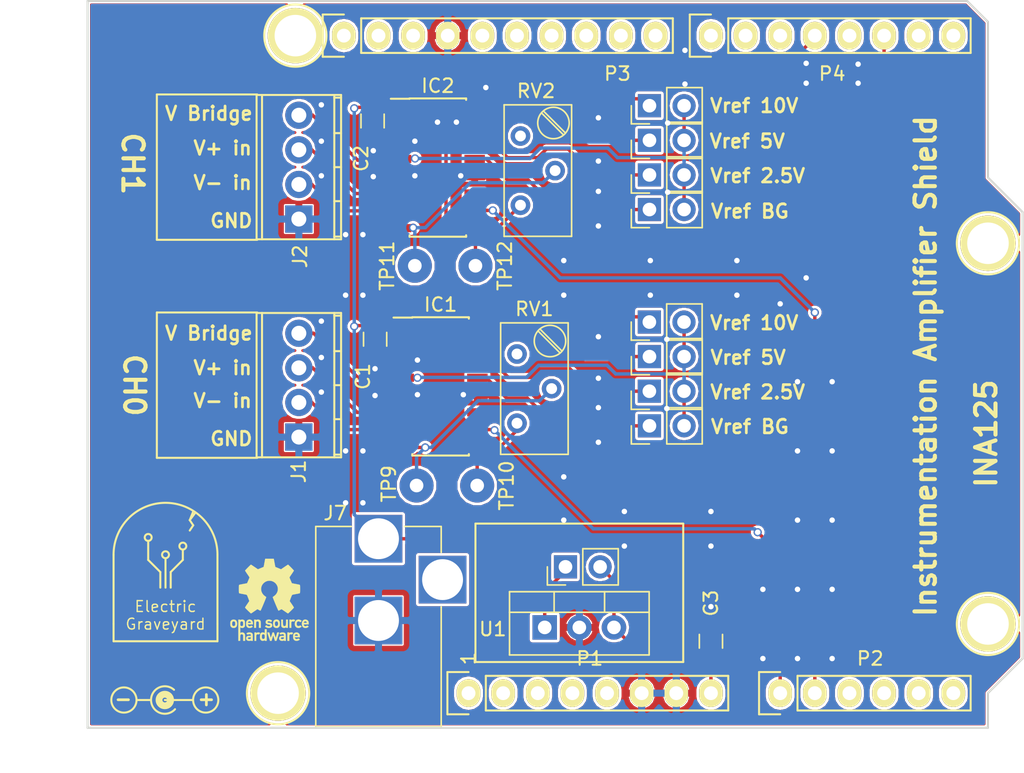
<source format=kicad_pcb>
(kicad_pcb (version 20171130) (host pcbnew "(5.0.2)-1")
  (title_block (date "lun. 30 mars 2015"))
  (layers (0 F.Cu signal) (31 B.Cu signal) (34 B.Paste user) (35 F.Paste user) (36 B.SilkS user) (37 F.SilkS user) (38 B.Mask user) (39 F.Mask user) (44 Edge.Cuts user))
  (net 0 "")
  (net 1 /IOREF)
  (net 2 /Reset)
  (net 3 +5V)
  (net 4 GND)
  (net 5 /A2)
  (net 6 /A3)
  (net 7 /AREF)
  (net 8 "/A4(SDA)")
  (net 9 "/A5(SCL)")
  (net 10 "/9(**)")
  (net 11 /8)
  (net 12 /7)
  (net 13 "/6(**)")
  (net 14 "/5(**)")
  (net 15 "/3(**)")
  (net 16 "/1(Tx)")
  (net 17 "/0(Rx)")
  (net 18 "Net-(P5-Pad1)")
  (net 19 "Net-(P6-Pad1)")
  (net 20 "Net-(P7-Pad1)")
  (net 21 "Net-(P8-Pad1)")
  (net 22 "/13(SCK)")
  (net 23 "/10(**/SS)")
  (net 24 "Net-(P1-Pad1)")
  (net 25 +3V3)
  (net 26 "/12(MISO)")
  (net 27 "/11(**/MOSI)")
  (net 28 Vin)
  (net 29 "Net-(IC1-Pad6)")
  (net 30 "Net-(IC1-Pad7)")
  (net 31 "Net-(IC1-Pad8)")
  (net 32 "Net-(IC1-Pad9)")
  (net 33 Channel0)
  (net 34 "Net-(IC1-Pad13)")
  (net 35 "Net-(IC1-Pad14)")
  (net 36 "Net-(IC1-Pad15)")
  (net 37 "Net-(IC1-Pad16)")
  (net 38 "Net-(IC2-Pad16)")
  (net 39 "Net-(IC2-Pad15)")
  (net 40 "Net-(IC2-Pad14)")
  (net 41 "Net-(IC2-Pad13)")
  (net 42 Channel1)
  (net 43 "Net-(IC2-Pad9)")
  (net 44 "Net-(IC2-Pad8)")
  (net 45 "Net-(IC2-Pad7)")
  (net 46 "Net-(IC2-Pad6)")
  (net 47 "Net-(RV1-Pad1)")
  (net 48 "Net-(RV2-Pad1)")
  (net 49 V_Bridge0)
  (net 50 V_Bridge1)
  (net 51 Analog_Vin)
  (net 52 Sleep0)
  (net 53 Sleep1)
  (net 54 "Net-(J7-Pad3)")
  (module Housings_SOIC:SOIC-16_3.9x9.9mm_Pitch1.27mm (layer F.Cu) (at 136.687504 85.248508)
    (fp_text reference IC2 (at 0 -6) (layer F.SilkS))
    (fp_text value INA125)
    (pad 16 smd rect (at 2.7 -4.445) (size 1.5 0.6) (layers F.Cu F.Paste F.Mask) (net 38 "Net-(IC2-Pad16)"))
    (pad 15 smd rect (at 2.7 -3.175) (size 1.5 0.6) (layers F.Cu F.Paste F.Mask) (net 39 "Net-(IC2-Pad15)"))
    (pad 14 smd rect (at 2.7 -1.905) (size 1.5 0.6) (layers F.Cu F.Paste F.Mask) (net 40 "Net-(IC2-Pad14)"))
    (pad 13 smd rect (at 2.7 -0.635) (size 1.5 0.6) (layers F.Cu F.Paste F.Mask) (net 41 "Net-(IC2-Pad13)"))
    (pad 12 smd rect (at 2.7 0.635) (size 1.5 0.6) (layers F.Cu F.Paste F.Mask) (net 4 GND))
    (pad 11 smd rect (at 2.7 1.905) (size 1.5 0.6) (layers F.Cu F.Paste F.Mask) (net 42 Channel1))
    (pad 10 smd rect (at 2.7 3.175) (size 1.5 0.6) (layers F.Cu F.Paste F.Mask) (net 42 Channel1))
    (pad 9 smd rect (at 2.7 4.445) (size 1.5 0.6) (layers F.Cu F.Paste F.Mask) (net 43 "Net-(IC2-Pad9)"))
    (pad 8 smd rect (at -2.7 4.445) (size 1.5 0.6) (layers F.Cu F.Paste F.Mask) (net 44 "Net-(IC2-Pad8)"))
    (pad 7 smd rect (at -2.7 3.175) (size 1.5 0.6) (layers F.Cu F.Paste F.Mask) (net 45 "Net-(IC2-Pad7)"))
    (pad 6 smd rect (at -2.7 1.905) (size 1.5 0.6) (layers F.Cu F.Paste F.Mask) (net 46 "Net-(IC2-Pad6)"))
    (pad 5 smd rect (at -2.7 0.635) (size 1.5 0.6) (layers F.Cu F.Paste F.Mask) (net 4 GND))
    (pad 4 smd rect (at -2.7 -0.635) (size 1.5 0.6) (layers F.Cu F.Paste F.Mask) (net 50 V_Bridge1))
    (pad 3 smd rect (at -2.7 -1.905) (size 1.5 0.6) (layers F.Cu F.Paste F.Mask) (net 4 GND))
    (pad 2 smd rect (at -2.7 -3.175) (size 1.5 0.6) (layers F.Cu F.Paste F.Mask) (net 53 Sleep1))
    (pad 1 smd rect (at -2.7 -4.445) (size 1.5 0.6) (layers F.Cu F.Paste F.Mask) (net 51 Analog_Vin))
  )
  (module Wire_Pads:SolderWirePad_single_1mmDrill (layer F.Cu) (at 135.001 92.456)
    (fp_text reference TP11 (at -2.032 0 90) (layer F.SilkS))
    (fp_text value TestPoint)
    (pad 1 thru_hole circle (at 0 0) (size 2.49936 2.49936) (drill 1.00076) (layers *.Cu *.Mask) (net 44 "Net-(IC2-Pad8)"))
  )
  (module Wire_Pads:SolderWirePad_single_1mmDrill (layer F.Cu) (at 139.446 92.456)
    (fp_text reference TP12 (at 2.159 0 90) (layer F.SilkS))
    (fp_text value TestPoint)
    (pad 1 thru_hole circle (at 0 0) (size 2.49936 2.49936) (drill 1.00076) (layers *.Cu *.Mask) (net 43 "Net-(IC2-Pad9)"))
  )
  (module Wire_Pads:SolderWirePad_single_1mmDrill (layer F.Cu) (at 139.573 108.585)
    (fp_text reference TP10 (at 2.159 0 90) (layer F.SilkS))
    (fp_text value TestPoint)
    (pad 1 thru_hole circle (at 0 0) (size 2.49936 2.49936) (drill 1.00076) (layers *.Cu *.Mask) (net 32 "Net-(IC1-Pad9)"))
  )
  (module Wire_Pads:SolderWirePad_single_1mmDrill (layer F.Cu) (at 135.128 108.585)
    (fp_text reference TP9 (at -2.032 -0.127 90) (layer F.SilkS))
    (fp_text value TestPoint)
    (pad 1 thru_hole circle (at 0 0) (size 2.49936 2.49936) (drill 1.00076) (layers *.Cu *.Mask) (net 31 "Net-(IC1-Pad8)"))
  )
  (module Connectors:BARREL_JACK (layer F.Cu) (at 132.334 112.491 90)
    (fp_text reference J7 (at 1.874 -3.175) (layer F.SilkS))
    (fp_text value Barrel_Jack_Switch)
    (pad 1 thru_hole rect (at 0 0 90) (size 3.5 3.5) (drill 3) (layers *.Cu *.Mask) (net 51 Analog_Vin))
    (pad 2 thru_hole rect (at -6 0 90) (size 3.5 3.5) (drill 3) (layers *.Cu *.Mask) (net 4 GND))
    (pad 3 thru_hole rect (at -3 4.7 90) (size 3.5 3.5) (drill 3) (layers *.Cu *.Mask) (net 54 "Net-(J7-Pad3)"))
  )
  (module TerminalBlocks_Phoenix:TerminalBlock_Phoenix_MPT-2.54mm_4pol (layer F.Cu) (at 126.492 89.027 90)
    (fp_text reference J2 (at -2.744 0.088 90) (layer F.SilkS))
    (fp_text value Screw_Terminal_01x04)
    (pad 3 thru_hole oval (at 5.08 0 270) (size 1.99898 1.99898) (drill 1.09728) (layers *.Cu *.Mask) (net 46 "Net-(IC2-Pad6)"))
    (pad 2 thru_hole oval (at 2.54 0 270) (size 1.99898 1.99898) (drill 1.09728) (layers *.Cu *.Mask) (net 45 "Net-(IC2-Pad7)"))
    (pad 1 thru_hole rect (at 0 0 270) (size 1.99898 1.99898) (drill 1.09728) (layers *.Cu *.Mask) (net 4 GND))
    (pad 4 thru_hole oval (at 7.62 0 270) (size 1.99898 1.99898) (drill 1.09728) (layers *.Cu *.Mask) (net 50 V_Bridge1))
  )
  (module Socket_Arduino_Uno:Socket_Strip_Arduino_1x08 (layer F.Cu) (at 138.938 123.825)
    (fp_text reference P1 (at 8.89 -2.54) (layer F.SilkS))
    (fp_text value Power)
    (pad 1 thru_hole oval (at 0 0) (size 1.7272 2.032) (drill 1.016) (layers *.Cu *.Mask F.SilkS) (net 24 "Net-(P1-Pad1)"))
    (pad 2 thru_hole oval (at 2.54 0) (size 1.7272 2.032) (drill 1.016) (layers *.Cu *.Mask F.SilkS) (net 1 /IOREF))
    (pad 3 thru_hole oval (at 5.08 0) (size 1.7272 2.032) (drill 1.016) (layers *.Cu *.Mask F.SilkS) (net 2 /Reset))
    (pad 4 thru_hole oval (at 7.62 0) (size 1.7272 2.032) (drill 1.016) (layers *.Cu *.Mask F.SilkS) (net 25 +3V3))
    (pad 5 thru_hole oval (at 10.16 0) (size 1.7272 2.032) (drill 1.016) (layers *.Cu *.Mask F.SilkS) (net 3 +5V))
    (pad 6 thru_hole oval (at 12.7 0) (size 1.7272 2.032) (drill 1.016) (layers *.Cu *.Mask F.SilkS) (net 4 GND))
    (pad 7 thru_hole oval (at 15.24 0) (size 1.7272 2.032) (drill 1.016) (layers *.Cu *.Mask F.SilkS) (net 4 GND))
    (pad 8 thru_hole oval (at 17.78 0) (size 1.7272 2.032) (drill 1.016) (layers *.Cu *.Mask F.SilkS) (net 28 Vin))
  )
  (module Socket_Arduino_Uno:Socket_Strip_Arduino_1x06 (layer F.Cu) (at 161.798 123.825)
    (fp_text reference P2 (at 6.604 -2.54) (layer F.SilkS))
    (fp_text value Analog)
    (pad 1 thru_hole oval (at 0 0) (size 1.7272 2.032) (drill 1.016) (layers *.Cu *.Mask F.SilkS) (net 33 Channel0))
    (pad 2 thru_hole oval (at 2.54 0) (size 1.7272 2.032) (drill 1.016) (layers *.Cu *.Mask F.SilkS) (net 42 Channel1))
    (pad 3 thru_hole oval (at 5.08 0) (size 1.7272 2.032) (drill 1.016) (layers *.Cu *.Mask F.SilkS) (net 5 /A2))
    (pad 4 thru_hole oval (at 7.62 0) (size 1.7272 2.032) (drill 1.016) (layers *.Cu *.Mask F.SilkS) (net 6 /A3))
    (pad 5 thru_hole oval (at 10.16 0) (size 1.7272 2.032) (drill 1.016) (layers *.Cu *.Mask F.SilkS) (net 8 "/A4(SDA)"))
    (pad 6 thru_hole oval (at 12.7 0) (size 1.7272 2.032) (drill 1.016) (layers *.Cu *.Mask F.SilkS) (net 9 "/A5(SCL)"))
  )
  (module Socket_Arduino_Uno:Socket_Strip_Arduino_1x10 (layer F.Cu) (at 129.794 75.565)
    (fp_text reference P3 (at 20.066 2.794) (layer F.SilkS))
    (fp_text value Digital)
    (pad 1 thru_hole oval (at 0 0) (size 1.7272 2.032) (drill 1.016) (layers *.Cu *.Mask F.SilkS) (net 9 "/A5(SCL)"))
    (pad 2 thru_hole oval (at 2.54 0) (size 1.7272 2.032) (drill 1.016) (layers *.Cu *.Mask F.SilkS) (net 8 "/A4(SDA)"))
    (pad 3 thru_hole oval (at 5.08 0) (size 1.7272 2.032) (drill 1.016) (layers *.Cu *.Mask F.SilkS) (net 7 /AREF))
    (pad 4 thru_hole oval (at 7.62 0) (size 1.7272 2.032) (drill 1.016) (layers *.Cu *.Mask F.SilkS) (net 4 GND))
    (pad 5 thru_hole oval (at 10.16 0) (size 1.7272 2.032) (drill 1.016) (layers *.Cu *.Mask F.SilkS) (net 22 "/13(SCK)"))
    (pad 6 thru_hole oval (at 12.7 0) (size 1.7272 2.032) (drill 1.016) (layers *.Cu *.Mask F.SilkS) (net 26 "/12(MISO)"))
    (pad 7 thru_hole oval (at 15.24 0) (size 1.7272 2.032) (drill 1.016) (layers *.Cu *.Mask F.SilkS) (net 27 "/11(**/MOSI)"))
    (pad 8 thru_hole oval (at 17.78 0) (size 1.7272 2.032) (drill 1.016) (layers *.Cu *.Mask F.SilkS) (net 23 "/10(**/SS)"))
    (pad 9 thru_hole oval (at 20.32 0) (size 1.7272 2.032) (drill 1.016) (layers *.Cu *.Mask F.SilkS) (net 10 "/9(**)"))
    (pad 10 thru_hole oval (at 22.86 0) (size 1.7272 2.032) (drill 1.016) (layers *.Cu *.Mask F.SilkS) (net 11 /8))
  )
  (module Socket_Arduino_Uno:Socket_Strip_Arduino_1x08 (layer F.Cu) (at 156.718 75.565)
    (fp_text reference P4 (at 8.89 2.794) (layer F.SilkS))
    (fp_text value Digital)
    (pad 1 thru_hole oval (at 0 0) (size 1.7272 2.032) (drill 1.016) (layers *.Cu *.Mask F.SilkS) (net 12 /7))
    (pad 2 thru_hole oval (at 2.54 0) (size 1.7272 2.032) (drill 1.016) (layers *.Cu *.Mask F.SilkS) (net 13 "/6(**)"))
    (pad 3 thru_hole oval (at 5.08 0) (size 1.7272 2.032) (drill 1.016) (layers *.Cu *.Mask F.SilkS) (net 14 "/5(**)"))
    (pad 4 thru_hole oval (at 7.62 0) (size 1.7272 2.032) (drill 1.016) (layers *.Cu *.Mask F.SilkS) (net 53 Sleep1))
    (pad 5 thru_hole oval (at 10.16 0) (size 1.7272 2.032) (drill 1.016) (layers *.Cu *.Mask F.SilkS) (net 15 "/3(**)"))
    (pad 6 thru_hole oval (at 12.7 0) (size 1.7272 2.032) (drill 1.016) (layers *.Cu *.Mask F.SilkS) (net 52 Sleep0))
    (pad 7 thru_hole oval (at 15.24 0) (size 1.7272 2.032) (drill 1.016) (layers *.Cu *.Mask F.SilkS) (net 16 "/1(Tx)"))
    (pad 8 thru_hole oval (at 17.78 0) (size 1.7272 2.032) (drill 1.016) (layers *.Cu *.Mask F.SilkS) (net 17 "/0(Rx)"))
  )
  (module Socket_Arduino_Uno:Arduino_1pin (layer F.Cu) (at 124.968 123.825)
    (fp_text reference P5 hide)
    (fp_text value CONN_01X01 hide)
    (pad 1 thru_hole circle (at 0 0) (size 4.064 4.064) (drill 3.048) (layers *.Cu *.Mask F.SilkS) (net 18 "Net-(P5-Pad1)"))
  )
  (module Socket_Arduino_Uno:Arduino_1pin (layer F.Cu) (at 177.038 118.745)
    (fp_text reference P6 hide)
    (fp_text value CONN_01X01 hide)
    (pad 1 thru_hole circle (at 0 0) (size 4.064 4.064) (drill 3.048) (layers *.Cu *.Mask F.SilkS) (net 19 "Net-(P6-Pad1)"))
  )
  (module Socket_Arduino_Uno:Arduino_1pin (layer F.Cu) (at 126.238 75.565)
    (fp_text reference P7 hide)
    (fp_text value CONN_01X01 hide)
    (pad 1 thru_hole circle (at 0 0) (size 4.064 4.064) (drill 3.048) (layers *.Cu *.Mask F.SilkS) (net 20 "Net-(P7-Pad1)"))
  )
  (module Socket_Arduino_Uno:Arduino_1pin (layer F.Cu) (at 177.038 90.805)
    (fp_text reference P8 hide)
    (fp_text value CONN_01X01 hide)
    (pad 1 thru_hole circle (at 0 0) (size 4.064 4.064) (drill 3.048) (layers *.Cu *.Mask F.SilkS) (net 21 "Net-(P8-Pad1)"))
  )
  (module Capacitors_SMD:C_0805 (layer F.Cu) (at 132.08764 97.84926 270)
    (fp_text reference C1 (at 2.73474 0.89664 270) (layer F.SilkS))
    (fp_text value C)
    (pad 1 smd rect (at -1 0 270) (size 1 1.25) (layers F.Cu F.Paste F.Mask) (net 51 Analog_Vin))
    (pad 2 smd rect (at 1 0 270) (size 1 1.25) (layers F.Cu F.Paste F.Mask) (net 4 GND))
  )
  (module Capacitors_SMD:C_0805 (layer F.Cu) (at 131.900685 81.829096 270)
    (fp_text reference C2 (at 2.752904 0.836685 270) (layer F.SilkS))
    (fp_text value C)
    (pad 2 smd rect (at 1 0 270) (size 1 1.25) (layers F.Cu F.Paste F.Mask) (net 4 GND))
    (pad 1 smd rect (at -1 0 270) (size 1 1.25) (layers F.Cu F.Paste F.Mask) (net 51 Analog_Vin))
  )
  (module Housings_SOIC:SOIC-16_3.9x9.9mm_Pitch1.27mm (layer F.Cu) (at 136.88764 101.308344)
    (fp_text reference IC1 (at 0 -6) (layer F.SilkS))
    (fp_text value INA125)
    (pad 1 smd rect (at -2.7 -4.445) (size 1.5 0.6) (layers F.Cu F.Paste F.Mask) (net 51 Analog_Vin))
    (pad 2 smd rect (at -2.7 -3.175) (size 1.5 0.6) (layers F.Cu F.Paste F.Mask) (net 52 Sleep0))
    (pad 3 smd rect (at -2.7 -1.905) (size 1.5 0.6) (layers F.Cu F.Paste F.Mask) (net 4 GND))
    (pad 4 smd rect (at -2.7 -0.635) (size 1.5 0.6) (layers F.Cu F.Paste F.Mask) (net 49 V_Bridge0))
    (pad 5 smd rect (at -2.7 0.635) (size 1.5 0.6) (layers F.Cu F.Paste F.Mask) (net 4 GND))
    (pad 6 smd rect (at -2.7 1.905) (size 1.5 0.6) (layers F.Cu F.Paste F.Mask) (net 29 "Net-(IC1-Pad6)"))
    (pad 7 smd rect (at -2.7 3.175) (size 1.5 0.6) (layers F.Cu F.Paste F.Mask) (net 30 "Net-(IC1-Pad7)"))
    (pad 8 smd rect (at -2.7 4.445) (size 1.5 0.6) (layers F.Cu F.Paste F.Mask) (net 31 "Net-(IC1-Pad8)"))
    (pad 9 smd rect (at 2.7 4.445) (size 1.5 0.6) (layers F.Cu F.Paste F.Mask) (net 32 "Net-(IC1-Pad9)"))
    (pad 10 smd rect (at 2.7 3.175) (size 1.5 0.6) (layers F.Cu F.Paste F.Mask) (net 33 Channel0))
    (pad 11 smd rect (at 2.7 1.905) (size 1.5 0.6) (layers F.Cu F.Paste F.Mask) (net 33 Channel0))
    (pad 12 smd rect (at 2.7 0.635) (size 1.5 0.6) (layers F.Cu F.Paste F.Mask) (net 4 GND))
    (pad 13 smd rect (at 2.7 -0.635) (size 1.5 0.6) (layers F.Cu F.Paste F.Mask) (net 34 "Net-(IC1-Pad13)"))
    (pad 14 smd rect (at 2.7 -1.905) (size 1.5 0.6) (layers F.Cu F.Paste F.Mask) (net 35 "Net-(IC1-Pad14)"))
    (pad 15 smd rect (at 2.7 -3.175) (size 1.5 0.6) (layers F.Cu F.Paste F.Mask) (net 36 "Net-(IC1-Pad15)"))
    (pad 16 smd rect (at 2.7 -4.445) (size 1.5 0.6) (layers F.Cu F.Paste F.Mask) (net 37 "Net-(IC1-Pad16)"))
  )
  (module TerminalBlocks_Phoenix:TerminalBlock_Phoenix_MPT-2.54mm_4pol (layer F.Cu) (at 126.492 105.029 90)
    (fp_text reference J1 (at -2.524 -0.012 90) (layer F.SilkS))
    (fp_text value Screw_Terminal_01x04)
    (pad 4 thru_hole oval (at 7.62 0 270) (size 1.99898 1.99898) (drill 1.09728) (layers *.Cu *.Mask) (net 49 V_Bridge0))
    (pad 1 thru_hole rect (at 0 0 270) (size 1.99898 1.99898) (drill 1.09728) (layers *.Cu *.Mask) (net 4 GND))
    (pad 2 thru_hole oval (at 2.54 0 270) (size 1.99898 1.99898) (drill 1.09728) (layers *.Cu *.Mask) (net 30 "Net-(IC1-Pad7)"))
    (pad 3 thru_hole oval (at 5.08 0 270) (size 1.99898 1.99898) (drill 1.09728) (layers *.Cu *.Mask) (net 29 "Net-(IC1-Pad6)"))
  )
  (module Potentiometers:Potentiometer_Trimmer_Bourns_3296Y (layer F.Cu) (at 142.494 98.933 90)
    (fp_text reference RV1 (at 3.302 1.27 180) (layer F.SilkS))
    (fp_text value R_POT)
    (pad 3 thru_hole circle (at -5.08 0 90) (size 1.44 1.44) (drill 0.8) (layers *.Cu *.Mask) (net 32 "Net-(IC1-Pad9)"))
    (pad 2 thru_hole circle (at -2.54 2.54 90) (size 1.44 1.44) (drill 0.8) (layers *.Cu *.Mask) (net 31 "Net-(IC1-Pad8)"))
    (pad 1 thru_hole circle (at 0 0 90) (size 1.44 1.44) (drill 0.8) (layers *.Cu *.Mask) (net 47 "Net-(RV1-Pad1)"))
  )
  (module Potentiometers:Potentiometer_Trimmer_Bourns_3296Y (layer F.Cu) (at 142.748 82.931 90)
    (fp_text reference RV2 (at 3.302 1.143 180) (layer F.SilkS))
    (fp_text value R_POT)
    (pad 1 thru_hole circle (at 0 0 90) (size 1.44 1.44) (drill 0.8) (layers *.Cu *.Mask) (net 48 "Net-(RV2-Pad1)"))
    (pad 2 thru_hole circle (at -2.54 2.54 90) (size 1.44 1.44) (drill 0.8) (layers *.Cu *.Mask) (net 44 "Net-(IC2-Pad8)"))
    (pad 3 thru_hole circle (at -5.08 0 90) (size 1.44 1.44) (drill 0.8) (layers *.Cu *.Mask) (net 43 "Net-(IC2-Pad9)"))
  )
  (module Pin_Headers:Pin_Header_Straight_1x02_Pitch2.54mm (layer F.Cu) (at 152.2095 88.3285 90)
    (fp_text reference TP1 hide)
    (fp_text value TestPoint_2Pole)
    (pad 2 thru_hole oval (at 0 2.54 90) (size 1.7 1.7) (drill 1) (layers *.Cu *.Mask) (net 50 V_Bridge1))
    (pad 1 thru_hole rect (at 0 0 90) (size 1.7 1.7) (drill 1) (layers *.Cu *.Mask) (net 41 "Net-(IC2-Pad13)"))
  )
  (module Pin_Headers:Pin_Header_Straight_1x02_Pitch2.54mm (layer F.Cu) (at 152.2095 85.7885 90)
    (fp_text reference TP2 hide)
    (fp_text value TestPoint_2Pole)
    (pad 1 thru_hole rect (at 0 0 90) (size 1.7 1.7) (drill 1) (layers *.Cu *.Mask) (net 40 "Net-(IC2-Pad14)"))
    (pad 2 thru_hole oval (at 0 2.54 90) (size 1.7 1.7) (drill 1) (layers *.Cu *.Mask) (net 50 V_Bridge1))
  )
  (module Pin_Headers:Pin_Header_Straight_1x02_Pitch2.54mm (layer F.Cu) (at 152.2095 83.2485 90)
    (fp_text reference TP3 hide)
    (fp_text value TestPoint_2Pole)
    (pad 2 thru_hole oval (at 0 2.54 90) (size 1.7 1.7) (drill 1) (layers *.Cu *.Mask) (net 50 V_Bridge1))
    (pad 1 thru_hole rect (at 0 0 90) (size 1.7 1.7) (drill 1) (layers *.Cu *.Mask) (net 39 "Net-(IC2-Pad15)"))
  )
  (module Pin_Headers:Pin_Header_Straight_1x02_Pitch2.54mm (layer F.Cu) (at 152.2095 80.7085 90)
    (fp_text reference TP4 hide)
    (fp_text value TestPoint_2Pole hide)
    (pad 1 thru_hole rect (at 0 0 90) (size 1.7 1.7) (drill 1) (layers *.Cu *.Mask) (net 38 "Net-(IC2-Pad16)"))
    (pad 2 thru_hole oval (at 0 2.54 90) (size 1.7 1.7) (drill 1) (layers *.Cu *.Mask) (net 50 V_Bridge1))
  )
  (module Pin_Headers:Pin_Header_Straight_1x02_Pitch2.54mm (layer F.Cu) (at 152.2095 104.2035 90)
    (fp_text reference TP5 hide)
    (fp_text value TestPoint_2Pole)
    (pad 2 thru_hole oval (at 0 2.54 90) (size 1.7 1.7) (drill 1) (layers *.Cu *.Mask) (net 49 V_Bridge0))
    (pad 1 thru_hole rect (at 0 0 90) (size 1.7 1.7) (drill 1) (layers *.Cu *.Mask) (net 34 "Net-(IC1-Pad13)"))
  )
  (module Pin_Headers:Pin_Header_Straight_1x02_Pitch2.54mm (layer F.Cu) (at 152.202641 101.6635 90)
    (fp_text reference TP6 hide)
    (fp_text value TestPoint_2Pole)
    (pad 1 thru_hole rect (at 0 0 90) (size 1.7 1.7) (drill 1) (layers *.Cu *.Mask) (net 35 "Net-(IC1-Pad14)"))
    (pad 2 thru_hole oval (at 0 2.54 90) (size 1.7 1.7) (drill 1) (layers *.Cu *.Mask) (net 49 V_Bridge0))
  )
  (module Pin_Headers:Pin_Header_Straight_1x02_Pitch2.54mm (layer F.Cu) (at 152.2095 99.1235 90)
    (fp_text reference TP7 hide)
    (fp_text value TestPoint_2Pole)
    (pad 2 thru_hole oval (at 0 2.54 90) (size 1.7 1.7) (drill 1) (layers *.Cu *.Mask) (net 49 V_Bridge0))
    (pad 1 thru_hole rect (at 0 0 90) (size 1.7 1.7) (drill 1) (layers *.Cu *.Mask) (net 36 "Net-(IC1-Pad15)"))
  )
  (module Pin_Headers:Pin_Header_Straight_1x02_Pitch2.54mm (layer F.Cu) (at 152.202641 96.586568 90)
    (fp_text reference TP8 hide)
    (fp_text value TestPoint_2Pole)
    (pad 1 thru_hole rect (at 0 0 90) (size 1.7 1.7) (drill 1) (layers *.Cu *.Mask) (net 37 "Net-(IC1-Pad16)"))
    (pad 2 thru_hole oval (at 0 2.54 90) (size 1.7 1.7) (drill 1) (layers *.Cu *.Mask) (net 49 V_Bridge0))
  )
  (module Capacitors_SMD:C_0805 (layer F.Cu) (at 156.718 120.015 90)
    (fp_text reference C3 (at 2.794 0 90) (layer F.SilkS))
    (fp_text value C)
    (pad 2 smd rect (at 1 0 90) (size 1 1.25) (layers F.Cu F.Paste F.Mask) (net 4 GND))
    (pad 1 smd rect (at -1 0 90) (size 1 1.25) (layers F.Cu F.Paste F.Mask) (net 28 Vin))
  )
  (module TO_SOT_Packages_THT:TO-220-3_Vertical (layer F.Cu) (at 144.526 118.999)
    (fp_text reference U1 (at -3.81 0.127) (layer F.SilkS))
    (fp_text value R-78E5.0-0.5)
    (pad 3 thru_hole oval (at 5.08 0) (size 1.8 1.8) (drill 1) (layers *.Cu *.Mask) (net 28 Vin))
    (pad 2 thru_hole oval (at 2.54 0) (size 1.8 1.8) (drill 1) (layers *.Cu *.Mask) (net 4 GND))
    (pad 1 thru_hole rect (at 0 0) (size 1.8 1.8) (drill 1) (layers *.Cu *.Mask) (net 51 Analog_Vin))
  )
  (module Symbols:Symbol_Barrel_Polarity (layer F.Cu) (at 116.661638 124.252272)
    (fp_text reference REF** hide)
    (fp_text value Symbol_Barrel_Polarity)
  )
  (module Pin_Headers:Pin_Header_Straight_1x02_Pitch2.54mm (layer F.Cu) (at 146.05 114.554 90)
    (fp_text reference REF** hide)
    (fp_text value Pin_Header_Straight_1x02_Pitch2.54mm)
    (pad 1 thru_hole rect (at 0 0 90) (size 1.7 1.7) (drill 1) (layers *.Cu *.Mask) (net 51 Analog_Vin))
    (pad 2 thru_hole oval (at 0 2.54 90) (size 1.7 1.7) (drill 1) (layers *.Cu *.Mask) (net 28 Vin))
  )
  (module Symbols:OSHW-Logo_5.7x6mm_SilkScreen (layer F.Cu) (at 124.333 116.967)
    (fp_text reference REF*** hide)
    (fp_text value OSHW-Logo_5.7x6mm_SilkScreen hide)
  )
  (gr_line (start 118.872 110.617) (end 118.491 111.125) (layer F.SilkS) (width 0.15))
  (gr_line (start 118.745 111.506) (end 118.491 111.887) (layer F.SilkS) (width 0.15))
  (gr_line (start 118.491 111.125) (end 118.745 111.506) (layer F.SilkS) (width 0.15))
  (gr_line (start 118.745 110.49) (end 118.491 111.125) (layer F.SilkS) (width 0.15))
  (gr_line (start 115.443 114.046) (end 116.332 114.935) (layer F.SilkS) (width 0.15))
  (gr_text INA125 (at 176.911 104.775 90) (layer F.SilkS) (effects (font (size 1.5 1.5) (thickness 0.3))))
  (gr_text "Electric\nGraveyard" (at 116.713 118.11) (layer F.SilkS) (effects (font (size 0.8 0.8) (thickness 0.1))))
  (gr_line (start 117.094 114.935) (end 117.094 116.078) (layer F.SilkS) (width 0.15))
  (gr_line (start 117.983 114.046) (end 117.094 114.935) (layer F.SilkS) (width 0.15))
  (gr_line (start 117.983 113.284) (end 117.983 114.046) (layer F.SilkS) (width 0.15))
  (gr_line (start 116.713 113.919) (end 116.713 116.078) (layer F.SilkS) (width 0.15))
  (gr_line (start 116.332 114.935) (end 116.332 116.078) (layer F.SilkS) (width 0.15))
  (gr_line (start 115.443 112.649) (end 115.443 114.046) (layer F.SilkS) (width 0.15))
  (gr_circle (center 117.983 113.03) (end 117.983 112.776) (layer F.SilkS) (width 0.15))
  (gr_circle (center 116.713 113.665) (end 116.713 113.411) (layer F.SilkS) (width 0.15))
  (gr_circle (center 115.443 112.395) (end 115.443 112.649) (layer F.SilkS) (width 0.15))
  (gr_line (start 112.903 120.015) (end 112.903 118.745) (layer F.SilkS) (width 0.15))
  (gr_line (start 120.523 120.015) (end 120.523 118.745) (layer F.SilkS) (width 0.15))
  (gr_text - (at 113.613638 124.379272 180) (layer F.SilkS) (effects (font (size 1 1) (thickness 0.2))))
  (gr_text + (at 119.709638 124.379272 180) (layer F.SilkS) (effects (font (size 1 1) (thickness 0.2))))
  (gr_line (start 120.523 118.745) (end 120.523 113.665) (layer F.SilkS) (width 0.15))
  (gr_line (start 112.903 120.015) (end 120.523 120.015) (layer F.SilkS) (width 0.15))
  (gr_line (start 112.903 113.665) (end 112.903 118.745) (layer F.SilkS) (width 0.15))
  (gr_arc (start 116.713 113.665) (end 120.523 113.665) (angle -180) (layer F.SilkS) (width 0.15))
  (gr_text "Instrumentation Amplifier Shield" (at 172.466 99.822 90) (layer F.SilkS) (effects (font (size 1.5 1.5) (thickness 0.3))))
  (gr_text "Vref 2.5V" (at 160.147 101.727) (layer F.SilkS) (effects (font (size 1 1) (thickness 0.2))))
  (gr_text "Vref 10V" (at 159.893 96.647) (layer F.SilkS) (effects (font (size 1 1) (thickness 0.2))))
  (gr_text "Vref 5V" (at 159.4485 99.187) (layer F.SilkS) (effects (font (size 1 1) (thickness 0.2))))
  (gr_text "Vref BG" (at 159.5755 104.267) (layer F.SilkS) (effects (font (size 1 1) (thickness 0.2))))
  (gr_line (start 116.078 106.553) (end 123.444 106.553) (layer F.SilkS) (width 0.15))
  (gr_line (start 116.078 95.885) (end 116.078 106.553) (layer F.SilkS) (width 0.15))
  (gr_line (start 123.444 95.885) (end 116.078 95.885) (layer F.SilkS) (width 0.15))
  (gr_line (start 116.078 79.883) (end 123.444 79.883) (layer F.SilkS) (width 0.15))
  (gr_line (start 116.078 90.551) (end 116.078 79.883) (layer F.SilkS) (width 0.15))
  (gr_line (start 123.444 90.551) (end 116.078 90.551) (layer F.SilkS) (width 0.15))
  (gr_text "V- in" (at 120.904 102.362) (layer F.SilkS) (effects (font (size 1 1) (thickness 0.2))))
  (gr_text "V- in" (at 120.904 86.36) (layer F.SilkS) (effects (font (size 1 1) (thickness 0.2))))
  (gr_text "V+ in" (at 120.904 83.82) (layer F.SilkS) (effects (font (size 1 1) (thickness 0.2))))
  (gr_text "V+ in" (at 120.904 99.949) (layer F.SilkS) (effects (font (size 1 1) (thickness 0.2))))
  (gr_text "V Bridge" (at 119.888 97.409) (layer F.SilkS) (effects (font (size 1 1) (thickness 0.2))))
  (gr_text "V Bridge" (at 119.888 81.28) (layer F.SilkS) (effects (font (size 1 1) (thickness 0.2))))
  (gr_text GND (at 121.539 89.154) (layer F.SilkS) (effects (font (size 1 1) (thickness 0.2))))
  (gr_text GND (at 121.539 105.156) (layer F.SilkS) (effects (font (size 1 1) (thickness 0.2))))
  (gr_text "Vref 10V" (at 159.893 80.7085) (layer F.SilkS) (effects (font (size 1 1) (thickness 0.2))))
  (gr_text "Vref 5V" (at 159.385 83.312) (layer F.SilkS) (effects (font (size 1 1) (thickness 0.2))))
  (gr_text "Vref 2.5V" (at 160.147 85.852) (layer F.SilkS) (effects (font (size 1 1) (thickness 0.2))))
  (gr_text "Vref BG" (at 159.5755 88.4555) (layer F.SilkS) (effects (font (size 1 1) (thickness 0.2))))
  (gr_line (start 154.686 111.379) (end 139.446 111.379) (layer F.SilkS) (width 0.15))
  (gr_line (start 154.686 121.539) (end 154.686 111.379) (layer F.SilkS) (width 0.15))
  (gr_line (start 139.446 121.539) (end 154.686 121.539) (layer F.SilkS) (width 0.15))
  (gr_line (start 139.446 111.379) (end 139.446 121.539) (layer F.SilkS) (width 0.15))
  (gr_text CH1 (at 114.3 84.963 270) (layer F.SilkS) (effects (font (size 1.5 1.5) (thickness 0.3))))
  (gr_text CH0 (at 114.427 101.219 270) (layer F.SilkS) (effects (font (size 1.5 1.5) (thickness 0.3))))
  (gr_text 1 (at 138.938 121.285 90) (layer F.SilkS) (effects (font (size 1 1))))
  (gr_line (start 177.038 74.549) (end 175.514 73.025) (angle 90) (layer Edge.Cuts) (width 0.15))
  (gr_line (start 177.038 85.979) (end 177.038 74.549) (angle 90) (layer Edge.Cuts) (width 0.15))
  (gr_line (start 179.578 88.519) (end 177.038 85.979) (angle 90) (layer Edge.Cuts) (width 0.15))
  (gr_line (start 179.578 121.285) (end 179.578 88.519) (angle 90) (layer Edge.Cuts) (width 0.15))
  (gr_line (start 177.038 123.825) (end 179.578 121.285) (angle 90) (layer Edge.Cuts) (width 0.15))
  (gr_line (start 177.038 126.365) (end 177.038 123.825) (angle 90) (layer Edge.Cuts) (width 0.15))
  (gr_line (start 110.998 126.365) (end 177.038 126.365) (angle 90) (layer Edge.Cuts) (width 0.15))
  (gr_line (start 110.998 73.025) (end 110.998 126.365) (angle 90) (layer Edge.Cuts) (width 0.15))
  (gr_line (start 175.514 73.025) (end 110.998 73.025) (angle 90) (layer Edge.Cuts) (width 0.15))
  (via (at 132.08 100.0125) (size 0.6) (drill 0.4) (layers F.Cu B.Cu) (net 4))
  (via (at 131.953 84.0105) (size 0.6) (drill 0.4) (layers F.Cu B.Cu) (net 4))
  (via (at 132.08 101.981) (size 0.6) (drill 0.4) (layers F.Cu B.Cu) (net 4))
  (via (at 138.557 101.9175) (size 0.6) (drill 0.4) (layers F.Cu B.Cu) (net 4))
  (via (at 138.3665 85.852) (size 0.6) (drill 0.4) (layers F.Cu B.Cu) (net 4))
  (via (at 128.143 101.727) (size 0.6) (drill 0.4) (layers F.Cu B.Cu) (net 4))
  (via (at 128.143 99.187) (size 0.6) (drill 0.4) (layers F.Cu B.Cu) (net 4))
  (via (at 128.143 83.312) (size 0.6) (drill 0.4) (layers F.Cu B.Cu) (net 4))
  (via (at 148.463 86.995) (size 0.6) (drill 0.4) (layers F.Cu B.Cu) (net 4))
  (via (at 148.463 89.535) (size 0.6) (drill 0.4) (layers F.Cu B.Cu) (net 4))
  (via (at 138.049 81.915) (size 0.6) (drill 0.4) (layers F.Cu B.Cu) (net 4))
  (via (at 129.921 90.17) (size 0.6) (drill 0.4) (layers F.Cu B.Cu) (net 4))
  (via (at 131.191 90.17) (size 0.6) (drill 0.4) (layers F.Cu B.Cu) (net 4))
  (via (at 129.921 94.615) (size 0.6) (drill 0.4) (layers F.Cu B.Cu) (net 4))
  (via (at 131.191 94.615) (size 0.6) (drill 0.4) (layers F.Cu B.Cu) (net 4))
  (via (at 129.921 106.045) (size 0.6) (drill 0.4) (layers F.Cu B.Cu) (net 4))
  (via (at 131.191 106.045) (size 0.6) (drill 0.4) (layers F.Cu B.Cu) (net 4))
  (via (at 129.921 109.855) (size 0.6) (drill 0.4) (layers F.Cu B.Cu) (net 4))
  (via (at 131.191 109.855) (size 0.6) (drill 0.4) (layers F.Cu B.Cu) (net 4))
  (via (at 128.143 80.645) (size 0.6) (drill 0.4) (layers F.Cu B.Cu) (net 4))
  (via (at 128.143 96.52) (size 0.6) (drill 0.4) (layers F.Cu B.Cu) (net 4))
  (via (at 156.718 117.475) (size 0.6) (drill 0.4) (layers F.Cu B.Cu) (net 4))
  (via (at 160.528 121.285) (size 0.6) (drill 0.4) (layers F.Cu B.Cu) (net 4))
  (via (at 163.068 121.285) (size 0.6) (drill 0.4) (layers F.Cu B.Cu) (net 4))
  (via (at 165.608 121.285) (size 0.6) (drill 0.4) (layers F.Cu B.Cu) (net 4))
  (via (at 160.528 116.205) (size 0.6) (drill 0.4) (layers F.Cu B.Cu) (net 4))
  (via (at 163.068 116.205) (size 0.6) (drill 0.4) (layers F.Cu B.Cu) (net 4))
  (via (at 165.608 116.205) (size 0.6) (drill 0.4) (layers F.Cu B.Cu) (net 4))
  (via (at 163.068 111.125) (size 0.6) (drill 0.4) (layers F.Cu B.Cu) (net 4))
  (via (at 165.608 111.125) (size 0.6) (drill 0.4) (layers F.Cu B.Cu) (net 4))
  (via (at 165.608 106.045) (size 0.6) (drill 0.4) (layers F.Cu B.Cu) (net 4))
  (via (at 163.068 106.045) (size 0.6) (drill 0.4) (layers F.Cu B.Cu) (net 4))
  (via (at 165.608 100.965) (size 0.6) (drill 0.4) (layers F.Cu B.Cu) (net 4))
  (via (at 163.068 100.965) (size 0.6) (drill 0.4) (layers F.Cu B.Cu) (net 4))
  (via (at 154.813 76.6445) (size 0.6) (drill 0.4) (layers F.Cu B.Cu) (net 4))
  (via (at 154.813 79.121) (size 0.6) (drill 0.4) (layers F.Cu B.Cu) (net 4))
  (via (at 148.463 97.663) (size 0.6) (drill 0.4) (layers F.Cu B.Cu) (net 4))
  (via (at 148.463 102.87) (size 0.6) (drill 0.4) (layers F.Cu B.Cu) (net 4))
  (via (at 145.923 107.95) (size 0.6) (drill 0.4) (layers F.Cu B.Cu) (net 4))
  (via (at 145.923 111.125) (size 0.6) (drill 0.4) (layers F.Cu B.Cu) (net 4))
  (via (at 153.543 87.0585) (size 0.6) (drill 0.4) (layers F.Cu B.Cu) (net 4))
  (via (at 148.463 81.5975) (size 0.6) (drill 0.4) (layers F.Cu B.Cu) (net 4))
  (via (at 140.208 79.375) (size 0.6) (drill 0.4) (layers F.Cu B.Cu) (net 4))
  (via (at 148.463 84.7725) (size 0.6) (drill 0.4) (layers F.Cu B.Cu) (net 4))
  (via (at 153.543 81.9785) (size 0.6) (drill 0.4) (layers F.Cu B.Cu) (net 4))
  (via (at 135.001 85.852) (size 0.6) (drill 0.4) (layers F.Cu B.Cu) (net 4))
  (via (at 131.953 85.9155) (size 0.6) (drill 0.4) (layers F.Cu B.Cu) (net 4))
  (via (at 135.1915 99.3775) (size 0.6) (drill 0.4) (layers F.Cu B.Cu) (net 4))
  (via (at 135.1915 101.9175) (size 0.6) (drill 0.4) (layers F.Cu B.Cu) (net 4))
  (via (at 135.001 83.312) (size 0.6) (drill 0.4) (layers F.Cu B.Cu) (net 4))
  (via (at 136.66199 81.915) (size 0.6) (drill 0.4) (layers F.Cu B.Cu) (net 4))
  (via (at 167.513 77.6605) (size 0.6) (drill 0.4) (layers F.Cu B.Cu) (net 4))
  (via (at 163.703 77.597) (size 0.6) (drill 0.4) (layers F.Cu B.Cu) (net 4))
  (via (at 163.703 79.0575) (size 0.6) (drill 0.4) (layers F.Cu B.Cu) (net 4))
  (via (at 167.513 79.0575) (size 0.6) (drill 0.4) (layers F.Cu B.Cu) (net 4))
  (via (at 153.4795 97.8535) (size 0.6) (drill 0.4) (layers F.Cu B.Cu) (net 4))
  (via (at 153.4795 102.9335) (size 0.6) (drill 0.4) (layers F.Cu B.Cu) (net 4))
  (via (at 156.718 113.03) (size 0.6) (drill 0.4) (layers F.Cu B.Cu) (net 4))
  (via (at 156.718 110.49) (size 0.6) (drill 0.4) (layers F.Cu B.Cu) (net 4))
  (via (at 150.368 113.03) (size 0.6) (drill 0.4) (layers F.Cu B.Cu) (net 4))
  (via (at 150.368 110.49) (size 0.6) (drill 0.4) (layers F.Cu B.Cu) (net 4))
  (via (at 145.923 94.615) (size 0.6) (drill 0.4) (layers F.Cu B.Cu) (net 4))
  (via (at 128.143 85.852) (size 0.6) (drill 0.4) (layers F.Cu B.Cu) (net 4))
  (via (at 148.463 100.711) (size 0.6) (drill 0.4) (layers F.Cu B.Cu) (net 4))
  (via (at 145.923 92.075) (size 0.6) (drill 0.4) (layers F.Cu B.Cu) (net 4))
  (via (at 152.273 94.615) (size 0.6) (drill 0.4) (layers F.Cu B.Cu) (net 4))
  (via (at 152.273 92.075) (size 0.6) (drill 0.4) (layers F.Cu B.Cu) (net 4))
  (via (at 161.798 95.25) (size 0.6) (drill 0.4) (layers F.Cu B.Cu) (net 4))
  (via (at 163.703 93.345) (size 0.6) (drill 0.4) (layers F.Cu B.Cu) (net 4))
  (via (at 158.623 94.615) (size 0.6) (drill 0.4) (layers F.Cu B.Cu) (net 4))
  (via (at 158.623 92.075) (size 0.6) (drill 0.4) (layers F.Cu B.Cu) (net 4))
  (via (at 148.463 105.41) (size 0.6) (drill 0.4) (layers F.Cu B.Cu) (net 4))
  (segment (start 156.718 123.825) (end 156.718 123.6726) (width 0.25) (layer F.Cu) (net 28))
  (segment (start 149.352 119.253) (end 149.606 118.999) (width 0.25) (layer F.Cu) (net 28))
  (segment (start 156.718 123.825) (end 156.718 123.6726) (width 0.25) (layer B.Cu) (net 28))
  (segment (start 150.876 120.269) (end 149.606 118.999) (width 0.25) (layer F.Cu) (net 28))
  (segment (start 151.622 121.015) (end 150.876 120.269) (width 0.25) (layer F.Cu) (net 28))
  (segment (start 156.718 121.015) (end 155.448 121.015) (width 0.25) (layer F.Cu) (net 28))
  (segment (start 155.448 121.015) (end 151.622 121.015) (width 0.25) (layer F.Cu) (net 28))
  (segment (start 156.718 122.559) (end 156.718 121.015) (width 0.25) (layer F.Cu) (net 28))
  (segment (start 156.718 123.825) (end 156.718 122.559) (width 0.25) (layer F.Cu) (net 28))
  (segment (start 149.606 115.57) (end 148.59 114.554) (width 0.25) (layer F.Cu) (net 28))
  (segment (start 149.606 118.999) (end 149.606 115.57) (width 0.25) (layer F.Cu) (net 28))
  (segment (start 134.18764 103.213344) (end 134.63764 103.213344) (width 0.25) (layer F.Cu) (net 29))
  (segment (start 127.508 99.949) (end 126.492 99.949) (width 0.25) (layer F.Cu) (net 29))
  (segment (start 134.18764 103.213344) (end 130.772344 103.213344) (width 0.25) (layer F.Cu) (net 29))
  (segment (start 130.772344 103.213344) (end 127.508 99.949) (width 0.25) (layer F.Cu) (net 29))
  (segment (start 134.18764 104.483344) (end 134.63764 104.483344) (width 0.25) (layer F.Cu) (net 30))
  (segment (start 127.4445 102.489) (end 126.492 102.489) (width 0.25) (layer F.Cu) (net 30))
  (segment (start 134.18764 104.483344) (end 129.438844 104.483344) (width 0.25) (layer F.Cu) (net 30))
  (segment (start 129.438844 104.483344) (end 127.4445 102.489) (width 0.25) (layer F.Cu) (net 30))
  (via (at 135.763 105.791) (size 0.6) (drill 0.4) (layers F.Cu B.Cu) (net 31))
  (segment (start 134.225296 105.791) (end 134.18764 105.753344) (width 0.25) (layer F.Cu) (net 31))
  (segment (start 135.763 105.791) (end 134.225296 105.791) (width 0.25) (layer F.Cu) (net 31))
  (segment (start 135.128 106.426) (end 135.763 105.791) (width 0.25) (layer B.Cu) (net 31))
  (segment (start 135.128 108.585) (end 135.128 106.426) (width 0.25) (layer B.Cu) (net 31))
  (segment (start 136.2075 105.791) (end 135.763 105.791) (width 0.25) (layer B.Cu) (net 31))
  (segment (start 139.6365 102.362) (end 136.2075 105.791) (width 0.25) (layer B.Cu) (net 31))
  (segment (start 145.034 101.473) (end 144.145 102.362) (width 0.25) (layer B.Cu) (net 31))
  (segment (start 144.145 102.362) (end 139.6365 102.362) (width 0.25) (layer B.Cu) (net 31))
  (segment (start 139.573 105.767984) (end 139.58764 105.753344) (width 0.25) (layer F.Cu) (net 32))
  (segment (start 139.573 108.585) (end 139.573 105.767984) (width 0.25) (layer F.Cu) (net 32))
  (segment (start 141.261656 105.753344) (end 139.58764 105.753344) (width 0.25) (layer F.Cu) (net 32))
  (segment (start 142.494 104.013) (end 142.494 104.521) (width 0.25) (layer F.Cu) (net 32))
  (segment (start 142.494 104.521) (end 141.261656 105.753344) (width 0.25) (layer F.Cu) (net 32))
  (segment (start 139.58764 104.483344) (end 139.58764 103.213344) (width 0.25) (layer F.Cu) (net 33))
  (segment (start 161.798 123.825) (end 161.798 123.6726) (width 0.25) (layer B.Cu) (net 33))
  (segment (start 139.553556 104.44926) (end 139.58764 104.483344) (width 0.25) (layer F.Cu) (net 33))
  (segment (start 161.798 123.825) (end 161.798 122.559) (width 0.25) (layer F.Cu) (net 33))
  (segment (start 161.798 122.559) (end 161.798 113.665) (width 0.25) (layer F.Cu) (net 33))
  (via (at 160.147 112.014) (size 0.6) (drill 0.4) (layers F.Cu B.Cu) (net 33))
  (segment (start 161.798 113.665) (end 160.147 112.014) (width 0.25) (layer F.Cu) (net 33))
  (via (at 140.843004 104.521) (size 0.6) (drill 0.4) (layers F.Cu B.Cu) (net 33))
  (segment (start 139.58764 104.483344) (end 140.805348 104.483344) (width 0.25) (layer F.Cu) (net 33))
  (segment (start 140.805348 104.483344) (end 140.843004 104.521) (width 0.25) (layer F.Cu) (net 33))
  (segment (start 141.143003 104.820999) (end 140.843004 104.521) (width 0.25) (layer B.Cu) (net 33))
  (segment (start 148.082004 111.76) (end 141.143003 104.820999) (width 0.25) (layer B.Cu) (net 33))
  (segment (start 160.147 112.014) (end 159.893 111.76) (width 0.25) (layer B.Cu) (net 33))
  (segment (start 159.893 111.76) (end 148.082004 111.76) (width 0.25) (layer B.Cu) (net 33))
  (segment (start 139.58764 100.673344) (end 140.03764 100.673344) (width 0.25) (layer F.Cu) (net 34))
  (segment (start 145.288 104.2035) (end 152.2095 104.2035) (width 0.25) (layer F.Cu) (net 34))
  (segment (start 143.256 102.1715) (end 145.288 104.2035) (width 0.25) (layer F.Cu) (net 34))
  (segment (start 141.732 102.1715) (end 143.256 102.1715) (width 0.25) (layer F.Cu) (net 34))
  (segment (start 139.58764 100.673344) (end 140.233844 100.673344) (width 0.25) (layer F.Cu) (net 34))
  (segment (start 140.233844 100.673344) (end 141.732 102.1715) (width 0.25) (layer F.Cu) (net 34))
  (segment (start 140.03764 99.403344) (end 139.58764 99.403344) (width 0.25) (layer F.Cu) (net 35))
  (segment (start 140.614844 99.403344) (end 141.859 100.6475) (width 0.25) (layer F.Cu) (net 35))
  (segment (start 139.58764 99.403344) (end 140.614844 99.403344) (width 0.25) (layer F.Cu) (net 35))
  (segment (start 141.859 100.6475) (end 143.51 100.6475) (width 0.25) (layer F.Cu) (net 35))
  (segment (start 148.0185 101.6635) (end 152.202641 101.6635) (width 0.25) (layer F.Cu) (net 35))
  (segment (start 144.145 100.0125) (end 146.3675 100.0125) (width 0.25) (layer F.Cu) (net 35))
  (segment (start 143.51 100.6475) (end 144.145 100.0125) (width 0.25) (layer F.Cu) (net 35))
  (segment (start 146.3675 100.0125) (end 148.0185 101.6635) (width 0.25) (layer F.Cu) (net 35))
  (segment (start 139.58764 98.133344) (end 140.03764 98.133344) (width 0.25) (layer F.Cu) (net 36))
  (segment (start 151.1095 99.1235) (end 152.2095 99.1235) (width 0.25) (layer F.Cu) (net 36))
  (segment (start 139.58764 98.133344) (end 140.58764 98.133344) (width 0.25) (layer F.Cu) (net 36))
  (segment (start 140.58764 98.133344) (end 141.248484 97.4725) (width 0.25) (layer F.Cu) (net 36))
  (segment (start 141.248484 97.4725) (end 145.8595 97.4725) (width 0.25) (layer F.Cu) (net 36))
  (segment (start 145.8595 97.4725) (end 147.5105 99.1235) (width 0.25) (layer F.Cu) (net 36))
  (segment (start 147.5105 99.1235) (end 151.1095 99.1235) (width 0.25) (layer F.Cu) (net 36))
  (segment (start 152.042087 96.426014) (end 152.202641 96.586568) (width 0.25) (layer F.Cu) (net 37))
  (segment (start 139.58764 96.863344) (end 140.03764 96.863344) (width 0.25) (layer F.Cu) (net 37))
  (segment (start 140.499656 96.863344) (end 139.58764 96.863344) (width 0.25) (layer F.Cu) (net 37))
  (segment (start 141.1605 96.2025) (end 140.499656 96.863344) (width 0.25) (layer F.Cu) (net 37))
  (segment (start 152.202641 96.586568) (end 151.818573 96.2025) (width 0.25) (layer F.Cu) (net 37))
  (segment (start 151.818573 96.2025) (end 141.1605 96.2025) (width 0.25) (layer F.Cu) (net 37))
  (segment (start 139.387504 80.803508) (end 139.837504 80.803508) (width 0.25) (layer F.Cu) (net 38))
  (segment (start 152.159669 80.803508) (end 152.235232 80.727945) (width 0.25) (layer F.Cu) (net 38))
  (segment (start 140.430492 80.803508) (end 139.387504 80.803508) (width 0.25) (layer F.Cu) (net 38))
  (segment (start 141.0335 80.2005) (end 140.430492 80.803508) (width 0.25) (layer F.Cu) (net 38))
  (segment (start 152.2095 80.7085) (end 151.7015 80.2005) (width 0.25) (layer F.Cu) (net 38))
  (segment (start 151.7015 80.2005) (end 141.0335 80.2005) (width 0.25) (layer F.Cu) (net 38))
  (segment (start 147.828 83.2485) (end 152.2095 83.2485) (width 0.25) (layer F.Cu) (net 39))
  (segment (start 145.8595 81.28) (end 147.828 83.2485) (width 0.25) (layer F.Cu) (net 39))
  (segment (start 141.7955 81.28) (end 145.8595 81.28) (width 0.25) (layer F.Cu) (net 39))
  (segment (start 139.387504 82.073508) (end 141.001992 82.073508) (width 0.25) (layer F.Cu) (net 39))
  (segment (start 141.001992 82.073508) (end 141.7955 81.28) (width 0.25) (layer F.Cu) (net 39))
  (segment (start 139.387504 83.343508) (end 139.837504 83.343508) (width 0.25) (layer F.Cu) (net 40))
  (segment (start 140.620508 83.343508) (end 139.387504 83.343508) (width 0.25) (layer F.Cu) (net 40))
  (segment (start 152.2095 85.7885) (end 148.1455 85.7885) (width 0.25) (layer F.Cu) (net 40))
  (segment (start 146.2405 83.8835) (end 144.653 83.8835) (width 0.25) (layer F.Cu) (net 40))
  (segment (start 148.1455 85.7885) (end 146.2405 83.8835) (width 0.25) (layer F.Cu) (net 40))
  (segment (start 144.653 83.8835) (end 144.018 84.5185) (width 0.25) (layer F.Cu) (net 40))
  (segment (start 144.018 84.5185) (end 141.7955 84.5185) (width 0.25) (layer F.Cu) (net 40))
  (segment (start 141.7955 84.5185) (end 140.620508 83.343508) (width 0.25) (layer F.Cu) (net 40))
  (segment (start 139.387504 84.613508) (end 139.837504 84.613508) (width 0.25) (layer F.Cu) (net 41))
  (segment (start 140.239508 84.613508) (end 139.387504 84.613508) (width 0.25) (layer F.Cu) (net 41))
  (segment (start 141.7955 86.1695) (end 140.239508 84.613508) (width 0.25) (layer F.Cu) (net 41))
  (segment (start 143.3195 86.1695) (end 141.7955 86.1695) (width 0.25) (layer F.Cu) (net 41))
  (segment (start 152.2095 88.3285) (end 145.4785 88.3285) (width 0.25) (layer F.Cu) (net 41))
  (segment (start 145.4785 88.3285) (end 143.3195 86.1695) (width 0.25) (layer F.Cu) (net 41))
  (via (at 164.338 95.885) (size 0.6) (drill 0.4) (layers F.Cu B.Cu) (net 42))
  (segment (start 164.338 123.825) (end 164.338 95.885) (width 0.25) (layer F.Cu) (net 42))
  (segment (start 139.387504 88.423508) (end 139.387504 87.884) (width 0.25) (layer F.Cu) (net 42))
  (segment (start 139.387504 87.884) (end 139.387504 87.153508) (width 0.25) (layer F.Cu) (net 42))
  (via (at 140.716 88.39202) (size 0.6) (drill 0.4) (layers F.Cu B.Cu) (net 42))
  (segment (start 140.291736 88.39202) (end 140.716 88.39202) (width 0.25) (layer F.Cu) (net 42))
  (segment (start 139.387504 87.884) (end 139.387504 88.39202) (width 0.25) (layer F.Cu) (net 42))
  (segment (start 139.387504 88.39202) (end 140.291736 88.39202) (width 0.25) (layer F.Cu) (net 42))
  (segment (start 141.015999 88.692019) (end 140.716 88.39202) (width 0.25) (layer B.Cu) (net 42))
  (segment (start 145.66898 93.345) (end 141.015999 88.692019) (width 0.25) (layer B.Cu) (net 42))
  (segment (start 164.338 95.885) (end 161.798 93.345) (width 0.25) (layer B.Cu) (net 42))
  (segment (start 161.798 93.345) (end 145.66898 93.345) (width 0.25) (layer B.Cu) (net 42))
  (segment (start 141.065492 89.693508) (end 139.387504 89.693508) (width 0.25) (layer F.Cu) (net 43))
  (segment (start 142.748 88.011) (end 141.065492 89.693508) (width 0.25) (layer F.Cu) (net 43))
  (segment (start 139.446 89.752004) (end 139.387504 89.693508) (width 0.25) (layer F.Cu) (net 43))
  (segment (start 139.446 92.456) (end 139.446 89.752004) (width 0.25) (layer F.Cu) (net 43))
  (via (at 134.874 89.662) (size 0.6) (drill 0.4) (layers F.Cu B.Cu) (net 44))
  (segment (start 134.019012 89.662) (end 133.987504 89.693508) (width 0.25) (layer F.Cu) (net 44))
  (segment (start 134.874 89.662) (end 134.019012 89.662) (width 0.25) (layer F.Cu) (net 44))
  (segment (start 135.001 89.789) (end 134.874 89.662) (width 0.25) (layer B.Cu) (net 44))
  (segment (start 135.001 92.456) (end 135.001 89.789) (width 0.25) (layer B.Cu) (net 44))
  (segment (start 135.763 89.662) (end 134.874 89.662) (width 0.25) (layer B.Cu) (net 44))
  (segment (start 139.065 86.36) (end 135.763 89.662) (width 0.25) (layer B.Cu) (net 44))
  (segment (start 145.288 85.471) (end 144.399 86.36) (width 0.25) (layer B.Cu) (net 44))
  (segment (start 144.399 86.36) (end 139.065 86.36) (width 0.25) (layer B.Cu) (net 44))
  (segment (start 133.987504 88.423508) (end 134.437504 88.423508) (width 0.25) (layer F.Cu) (net 45))
  (segment (start 127.4445 86.487) (end 126.492 86.487) (width 0.25) (layer F.Cu) (net 45))
  (segment (start 133.987504 88.423508) (end 129.381008 88.423508) (width 0.25) (layer F.Cu) (net 45))
  (segment (start 129.381008 88.423508) (end 127.4445 86.487) (width 0.25) (layer F.Cu) (net 45))
  (segment (start 133.987504 87.153508) (end 134.437504 87.153508) (width 0.25) (layer F.Cu) (net 46))
  (segment (start 127.4445 83.947) (end 126.492 83.947) (width 0.25) (layer F.Cu) (net 46))
  (segment (start 130.651008 87.153508) (end 127.4445 83.947) (width 0.25) (layer F.Cu) (net 46))
  (segment (start 133.987504 87.153508) (end 130.651008 87.153508) (width 0.25) (layer F.Cu) (net 46))
  (segment (start 154.7495 101.656641) (end 154.742641 101.6635) (width 0.25) (layer B.Cu) (net 49))
  (segment (start 154.7495 99.1235) (end 154.7495 101.656641) (width 0.25) (layer B.Cu) (net 49))
  (segment (start 154.7495 96.593427) (end 154.742641 96.586568) (width 0.25) (layer F.Cu) (net 49))
  (segment (start 154.7495 99.1235) (end 154.7495 96.593427) (width 0.25) (layer F.Cu) (net 49))
  (segment (start 154.7495 101.670359) (end 154.742641 101.6635) (width 0.25) (layer F.Cu) (net 49))
  (segment (start 154.7495 104.2035) (end 154.7495 101.670359) (width 0.25) (layer F.Cu) (net 49))
  (via (at 135.1915 100.673344) (size 0.6) (drill 0.4) (layers F.Cu B.Cu) (net 49))
  (segment (start 134.18764 100.673344) (end 135.1915 100.673344) (width 0.25) (layer F.Cu) (net 49))
  (segment (start 135.217344 100.6475) (end 135.1915 100.673344) (width 0.25) (layer B.Cu) (net 49))
  (segment (start 143.1925 100.6475) (end 135.217344 100.6475) (width 0.25) (layer B.Cu) (net 49))
  (segment (start 154.7495 100.33) (end 154.686 100.3935) (width 0.25) (layer B.Cu) (net 49))
  (segment (start 154.7495 101.656641) (end 154.7495 100.33) (width 0.25) (layer B.Cu) (net 49))
  (segment (start 154.686 100.3935) (end 149.733 100.3935) (width 0.25) (layer B.Cu) (net 49))
  (segment (start 149.733 100.3935) (end 149.098 99.7585) (width 0.25) (layer B.Cu) (net 49))
  (segment (start 149.098 99.7585) (end 144.0815 99.7585) (width 0.25) (layer B.Cu) (net 49))
  (segment (start 144.0815 99.7585) (end 143.1925 100.6475) (width 0.25) (layer B.Cu) (net 49))
  (segment (start 127.5715 97.409) (end 126.492 97.409) (width 0.25) (layer F.Cu) (net 49))
  (segment (start 134.18764 100.673344) (end 130.835844 100.673344) (width 0.25) (layer F.Cu) (net 49))
  (segment (start 130.835844 100.673344) (end 127.5715 97.409) (width 0.25) (layer F.Cu) (net 49))
  (via (at 135.011 84.582) (size 0.6) (drill 0.4) (layers F.Cu B.Cu) (net 50))
  (segment (start 134.019012 84.582) (end 133.987504 84.613508) (width 0.25) (layer F.Cu) (net 50))
  (segment (start 135.011 84.582) (end 134.019012 84.582) (width 0.25) (layer F.Cu) (net 50))
  (segment (start 154.7495 80.7085) (end 154.7495 83.2485) (width 0.25) (layer F.Cu) (net 50))
  (segment (start 154.7495 87.126419) (end 154.7495 85.7885) (width 0.25) (layer F.Cu) (net 50))
  (segment (start 154.7495 88.3285) (end 154.7495 87.126419) (width 0.25) (layer F.Cu) (net 50))
  (segment (start 154.7495 84.7725) (end 154.7495 83.2485) (width 0.25) (layer B.Cu) (net 50))
  (segment (start 143.4465 84.582) (end 135.011 84.582) (width 0.25) (layer B.Cu) (net 50))
  (segment (start 144.2085 83.82) (end 143.4465 84.582) (width 0.25) (layer B.Cu) (net 50))
  (segment (start 149.1615 83.82) (end 144.2085 83.82) (width 0.25) (layer B.Cu) (net 50))
  (segment (start 149.86 84.5185) (end 149.1615 83.82) (width 0.25) (layer B.Cu) (net 50))
  (segment (start 154.7495 85.7885) (end 154.7495 84.5185) (width 0.25) (layer B.Cu) (net 50))
  (segment (start 154.7495 84.5185) (end 149.86 84.5185) (width 0.25) (layer B.Cu) (net 50))
  (segment (start 127.508 81.407) (end 126.492 81.407) (width 0.25) (layer F.Cu) (net 50))
  (segment (start 130.81 84.709) (end 127.508 81.407) (width 0.25) (layer F.Cu) (net 50))
  (segment (start 133.987504 84.613508) (end 133.892012 84.709) (width 0.25) (layer F.Cu) (net 50))
  (segment (start 133.892012 84.709) (end 130.81 84.709) (width 0.25) (layer F.Cu) (net 50))
  (segment (start 134.249979 96.84926) (end 134.264063 96.863344) (width 0.25) (layer F.Cu) (net 51))
  (segment (start 133.961916 80.829096) (end 133.987504 80.803508) (width 0.25) (layer F.Cu) (net 51))
  (segment (start 134.173556 96.84926) (end 134.18764 96.863344) (width 0.25) (layer F.Cu) (net 51))
  (segment (start 132.08764 96.84926) (end 134.173556 96.84926) (width 0.5) (layer F.Cu) (net 51))
  (segment (start 131.96264 96.84926) (end 132.08764 96.84926) (width 0.25) (layer F.Cu) (net 51))
  (segment (start 131.800685 80.929096) (end 131.900685 80.829096) (width 0.25) (layer F.Cu) (net 51))
  (segment (start 131.926273 80.803508) (end 131.900685 80.829096) (width 0.25) (layer F.Cu) (net 51))
  (segment (start 133.987504 80.803508) (end 131.926273 80.803508) (width 0.5) (layer F.Cu) (net 51))
  (segment (start 134.334 112.491) (end 132.334 112.491) (width 0.25) (layer F.Cu) (net 51))
  (segment (start 139.168 112.491) (end 134.334 112.491) (width 0.25) (layer F.Cu) (net 51))
  (segment (start 144.526 118.999) (end 144.526 117.849) (width 0.25) (layer F.Cu) (net 51))
  (via (at 130.556 80.899) (size 0.6) (drill 0.4) (layers F.Cu B.Cu) (net 51))
  (segment (start 131.900685 80.829096) (end 130.625904 80.829096) (width 0.25) (layer F.Cu) (net 51))
  (segment (start 130.625904 80.829096) (end 130.556 80.899) (width 0.25) (layer F.Cu) (net 51))
  (segment (start 130.556 110.713) (end 132.334 112.491) (width 0.25) (layer B.Cu) (net 51))
  (via (at 130.556 96.901) (size 0.6) (drill 0.4) (layers F.Cu B.Cu) (net 51))
  (segment (start 130.60774 96.84926) (end 130.556 96.901) (width 0.25) (layer F.Cu) (net 51))
  (segment (start 132.08764 96.84926) (end 130.60774 96.84926) (width 0.25) (layer F.Cu) (net 51))
  (segment (start 130.556 80.899) (end 130.556 96.901) (width 0.25) (layer B.Cu) (net 51))
  (segment (start 130.556 96.901) (end 130.556 110.713) (width 0.25) (layer B.Cu) (net 51))
  (segment (start 144.526 116.375) (end 144.526 117.849) (width 0.25) (layer F.Cu) (net 51))
  (segment (start 143.052 116.375) (end 139.168 112.491) (width 0.25) (layer F.Cu) (net 51))
  (segment (start 144.526 116.375) (end 143.052 116.375) (width 0.25) (layer F.Cu) (net 51))
  (segment (start 146.05 114.851) (end 144.526 116.375) (width 0.25) (layer F.Cu) (net 51))
  (segment (start 146.05 114.554) (end 146.05 114.851) (width 0.25) (layer F.Cu) (net 51))
  (segment (start 169.418 76.831) (end 169.418 75.565) (width 0.25) (layer F.Cu) (net 52))
  (segment (start 135.102156 98.133344) (end 137.287 95.9485) (width 0.25) (layer F.Cu) (net 52))
  (segment (start 134.18764 98.133344) (end 135.102156 98.133344) (width 0.25) (layer F.Cu) (net 52))
  (segment (start 137.287 95.9485) (end 137.287 80.772) (width 0.25) (layer F.Cu) (net 52))
  (segment (start 137.287 80.772) (end 139.7 78.359) (width 0.25) (layer F.Cu) (net 52))
  (segment (start 139.7 78.359) (end 167.89 78.359) (width 0.25) (layer F.Cu) (net 52))
  (segment (start 167.89 78.359) (end 169.418 76.831) (width 0.25) (layer F.Cu) (net 52))
  (segment (start 164.338 75.7174) (end 164.338 75.565) (width 0.25) (layer F.Cu) (net 53))
  (segment (start 134.842492 82.073508) (end 135.763 81.153) (width 0.25) (layer F.Cu) (net 53))
  (segment (start 133.987504 82.073508) (end 134.842492 82.073508) (width 0.25) (layer F.Cu) (net 53))
  (segment (start 135.763 81.153) (end 135.763 80.8355) (width 0.25) (layer F.Cu) (net 53))
  (segment (start 135.763 80.8355) (end 139.2555 77.343) (width 0.25) (layer F.Cu) (net 53))
  (segment (start 139.2555 77.343) (end 162.7124 77.343) (width 0.25) (layer F.Cu) (net 53))
  (segment (start 162.7124 77.343) (end 164.338 75.7174) (width 0.25) (layer F.Cu) (net 53))
  (zone (net 4) (net_name GND) (layer F.Cu) (connect_pads (clearance 0.1)) (min_thickness 0.2) (fill yes (arc_segments 16) (thermal_gap 0.1) (thermal_bridge_width 0.508))
    (polygon (pts (xy 110.998 72.965) (xy 179.698 72.965) (xy 179.598 126.365) (xy 110.998 126.365)))
  )
  (zone (net 4) (net_name GND) (layer B.Cu) (connect_pads (clearance 0.127)) (min_thickness 0.254) (fill yes (arc_segments 16) (thermal_gap 0.508) (thermal_bridge_width 0.508))
    (polygon (pts (xy 110.998 72.965) (xy 179.698 72.965) (xy 179.598 126.365) (xy 110.998 126.365)))
  )
)
</source>
